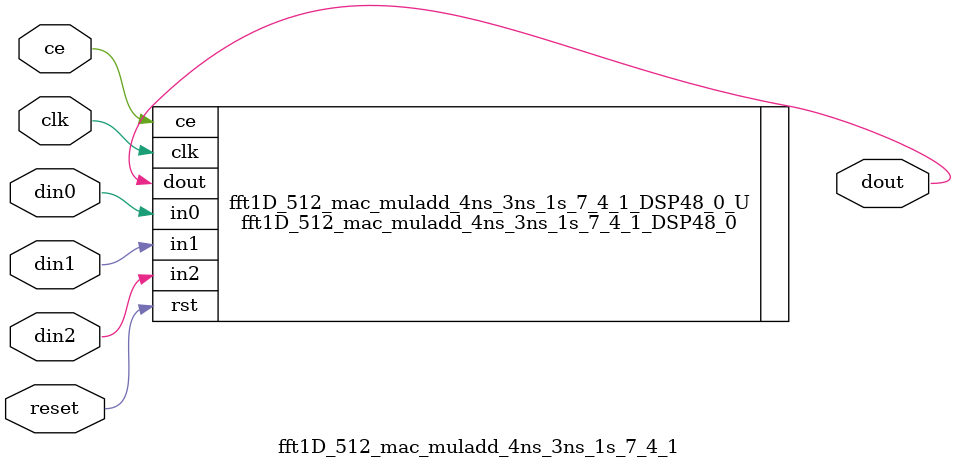
<source format=v>
module fft1D_512_mac_muladd_4ns_3ns_1s_7_4_1(clk,reset,ce,din0,din1,din2,dout); 
parameter ID = 32'd1;
parameter NUM_STAGE = 32'd1;
parameter din0_WIDTH = 32'd1;
parameter din1_WIDTH = 32'd1;
parameter din2_WIDTH = 32'd1;
parameter dout_WIDTH = 32'd1;
input clk;
input reset;
input ce;
input[din0_WIDTH - 1:0] din0;
input[din1_WIDTH - 1:0] din1;
input[din2_WIDTH - 1:0] din2;
output[dout_WIDTH - 1:0] dout;
fft1D_512_mac_muladd_4ns_3ns_1s_7_4_1_DSP48_0 fft1D_512_mac_muladd_4ns_3ns_1s_7_4_1_DSP48_0_U(.clk( clk ),.rst( reset ),.ce( ce ),.in0( din0 ),.in1( din1 ),.in2( din2 ),.dout( dout ));
endmodule
</source>
